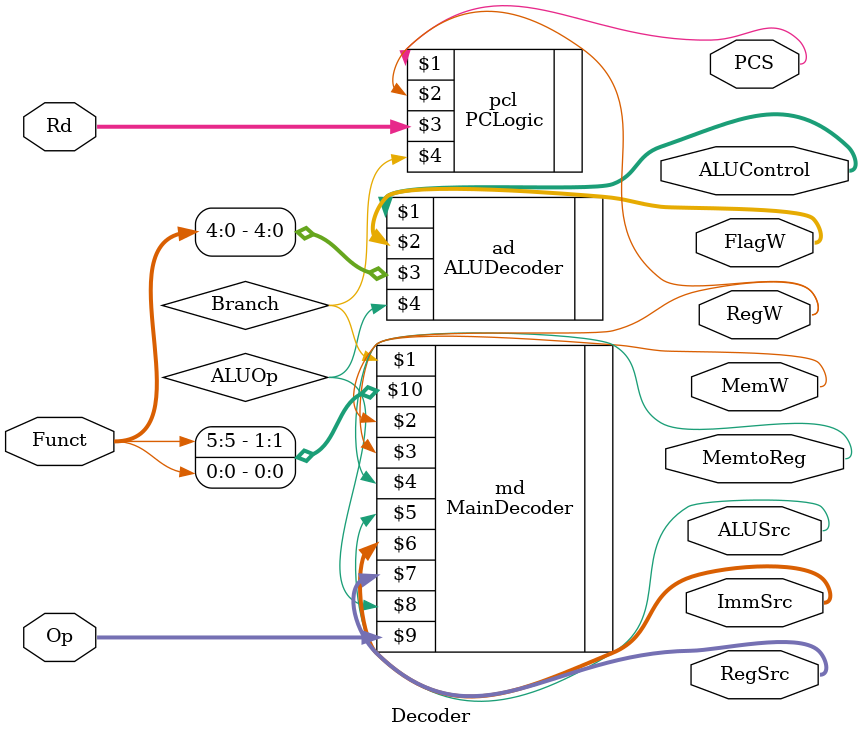
<source format=v>
`timescale 1ns / 1ps
module Decoder(
    output PCS,
    output RegW,
    output MemW,
    output MemtoReg,
    output ALUSrc,
    output [1:0] ImmSrc,
    output [1:0] RegSrc,
    output [1:0] ALUControl,
    output [1:0] FlagW,
    input [3:0] Rd,
    input [1:0] Op,
    input [5:0] Funct
    );

	wire Branch, ALUOp;

	MainDecoder md (Branch, RegW, MemW, MemtoReg, 
		ALUSrc, ImmSrc, RegSrc, ALUOp, Op, {Funct[5],Funct[0]});

	PCLogic pcl (PCS, RegW, Rd, Branch);
	
	ALUDecoder ad (ALUControl, FlagW, Funct[4:0], ALUOp);

endmodule

</source>
